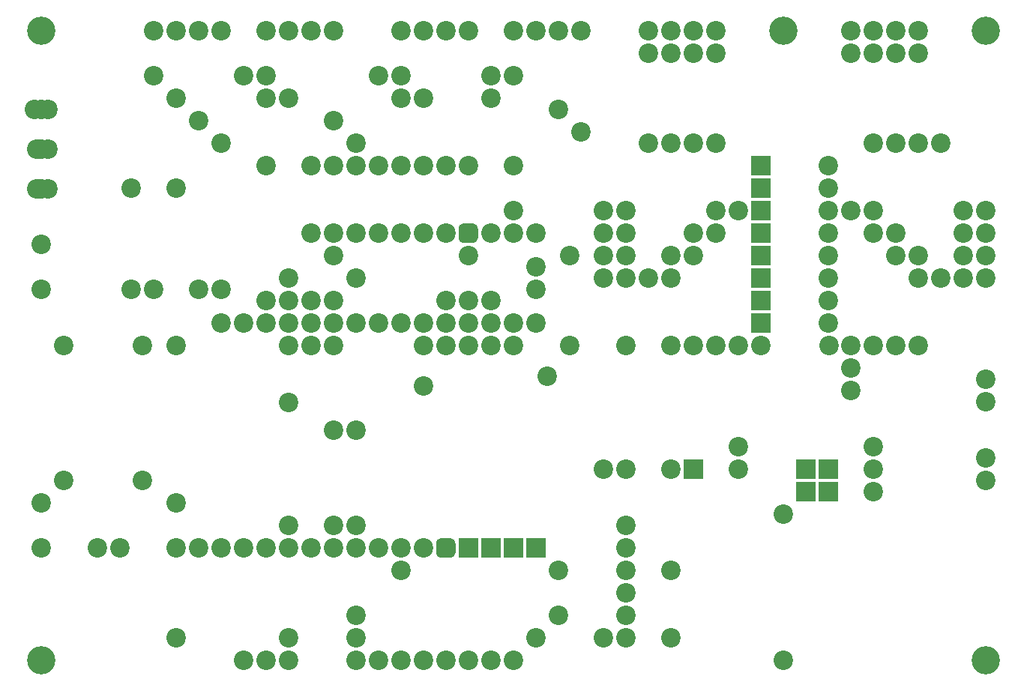
<source format=gbr>
%TF.GenerationSoftware,KiCad,Pcbnew,(5.1.6)-1*%
%TF.CreationDate,2022-03-25T10:42:17-05:00*%
%TF.ProjectId,controller,636f6e74-726f-46c6-9c65-722e6b696361,rev?*%
%TF.SameCoordinates,Original*%
%TF.FileFunction,Soldermask,Bot*%
%TF.FilePolarity,Negative*%
%FSLAX46Y46*%
G04 Gerber Fmt 4.6, Leading zero omitted, Abs format (unit mm)*
G04 Created by KiCad (PCBNEW (5.1.6)-1) date 2022-03-25 10:42:17*
%MOMM*%
%LPD*%
G01*
G04 APERTURE LIST*
%ADD10C,2.200000*%
%ADD11R,2.200000X2.200000*%
%ADD12C,3.200000*%
G04 APERTURE END LIST*
D10*
%TO.C,U4*%
X25400000Y43180000D03*
X27940000Y43180000D03*
X30480000Y43180000D03*
X33020000Y43180000D03*
X35560000Y43180000D03*
X38100000Y43180000D03*
X40640000Y43180000D03*
X43180000Y43180000D03*
X45720000Y43180000D03*
X48260000Y43180000D03*
X50800000Y43180000D03*
X53340000Y43180000D03*
X55880000Y43180000D03*
X58420000Y43180000D03*
X60960000Y43180000D03*
D11*
X60960000Y17780000D03*
X58420000Y17780000D03*
X55880000Y17780000D03*
X53340000Y17780000D03*
G36*
G01*
X49700000Y17230000D02*
X49700000Y18330000D01*
G75*
G02*
X50250000Y18880000I550000J0D01*
G01*
X51350000Y18880000D01*
G75*
G02*
X51900000Y18330000I0J-550000D01*
G01*
X51900000Y17230000D01*
G75*
G02*
X51350000Y16680000I-550000J0D01*
G01*
X50250000Y16680000D01*
G75*
G02*
X49700000Y17230000I0J550000D01*
G01*
G37*
D10*
X48260000Y17780000D03*
X45720000Y17780000D03*
X43180000Y17780000D03*
X40640000Y17780000D03*
X38100000Y17780000D03*
X35560000Y17780000D03*
X33020000Y17780000D03*
X30480000Y17780000D03*
X27940000Y17780000D03*
X25400000Y17780000D03*
%TD*%
%TO.C,C1*%
X68580000Y48260000D03*
X71120000Y48260000D03*
%TD*%
%TO.C,C2*%
X68580000Y50800000D03*
X71120000Y50800000D03*
%TD*%
%TO.C,C3*%
X71120000Y53340000D03*
X68580000Y53340000D03*
%TD*%
%TO.C,C4*%
X68580000Y55880000D03*
X71120000Y55880000D03*
%TD*%
%TO.C,C5*%
X109220000Y55880000D03*
X111760000Y55880000D03*
%TD*%
%TO.C,C6*%
X111760000Y53340000D03*
X109220000Y53340000D03*
%TD*%
%TO.C,C7*%
X109220000Y50800000D03*
X111760000Y50800000D03*
%TD*%
%TO.C,C8*%
X111760000Y48260000D03*
X109220000Y48260000D03*
%TD*%
%TO.C,C9*%
X58420000Y53340000D03*
X60960000Y53340000D03*
%TD*%
%TO.C,C10*%
X15240000Y58420000D03*
X20320000Y58420000D03*
%TD*%
%TO.C,C11*%
X96520000Y35560000D03*
X96520000Y38100000D03*
%TD*%
%TO.C,C12*%
X60960000Y49530000D03*
X60960000Y46990000D03*
%TD*%
%TO.C,C13*%
X83820000Y29210000D03*
X83820000Y26670000D03*
%TD*%
%TO.C,C14*%
X22860000Y17780000D03*
X20320000Y17780000D03*
%TD*%
%TO.C,J1*%
X5080000Y52070000D03*
X5080000Y46990000D03*
%TD*%
%TO.C,J2*%
X17780000Y76200000D03*
X20320000Y76200000D03*
X22860000Y76200000D03*
X25400000Y76200000D03*
%TD*%
%TO.C,J3*%
X38100000Y76200000D03*
X35560000Y76200000D03*
X33020000Y76200000D03*
X30480000Y76200000D03*
%TD*%
%TO.C,J4*%
X45720000Y76200000D03*
X48260000Y76200000D03*
X50800000Y76200000D03*
X53340000Y76200000D03*
%TD*%
%TO.C,J5*%
X66040000Y76200000D03*
X63500000Y76200000D03*
X60960000Y76200000D03*
X58420000Y76200000D03*
%TD*%
%TO.C,J6*%
X73660000Y73660000D03*
X73660000Y76200000D03*
%TD*%
%TO.C,J7*%
X76200000Y76200000D03*
X76200000Y73660000D03*
%TD*%
%TO.C,J8*%
X78740000Y73660000D03*
X78740000Y76200000D03*
%TD*%
%TO.C,J9*%
X81280000Y73660000D03*
X81280000Y76200000D03*
%TD*%
%TO.C,J10*%
X96520000Y73660000D03*
X96520000Y76200000D03*
%TD*%
%TO.C,J11*%
X99060000Y76200000D03*
X99060000Y73660000D03*
%TD*%
%TO.C,J12*%
X101600000Y76200000D03*
X101600000Y73660000D03*
%TD*%
%TO.C,J13*%
X104140000Y76200000D03*
X104140000Y73660000D03*
%TD*%
%TO.C,J14*%
X5080000Y17780000D03*
X5080000Y22860000D03*
%TD*%
%TO.C,J15*%
X13970000Y17780000D03*
X11430000Y17780000D03*
%TD*%
%TO.C,J16*%
X25400000Y46990000D03*
X22860000Y46990000D03*
%TD*%
D11*
%TO.C,J17*%
X78740000Y26670000D03*
D10*
X76200000Y26670000D03*
%TD*%
%TO.C,J18*%
X33020000Y5080000D03*
X30480000Y5080000D03*
X27940000Y5080000D03*
%TD*%
%TO.C,J19*%
X58420000Y5080000D03*
X55880000Y5080000D03*
X53340000Y5080000D03*
X50800000Y5080000D03*
X48260000Y5080000D03*
X45720000Y5080000D03*
X43180000Y5080000D03*
X40640000Y5080000D03*
%TD*%
%TO.C,J20*%
X111760000Y34290000D03*
X111760000Y36830000D03*
%TD*%
%TO.C,J22*%
X111760000Y27940000D03*
X111760000Y25400000D03*
%TD*%
%TO.C,M1*%
X16510000Y40640000D03*
X16510000Y25400000D03*
X7620000Y25400000D03*
X7620000Y40640000D03*
%TD*%
%TO.C,M2*%
X71120000Y20320000D03*
X71120000Y17780000D03*
X71120000Y15240000D03*
X71120000Y12700000D03*
X71120000Y10160000D03*
X71120000Y7620000D03*
%TD*%
%TO.C,R1*%
X76200000Y40640000D03*
X76200000Y48260000D03*
%TD*%
%TO.C,R2*%
X73660000Y48260000D03*
X73660000Y63500000D03*
%TD*%
%TO.C,R3*%
X78740000Y40640000D03*
X78740000Y50800000D03*
%TD*%
%TO.C,R4*%
X76200000Y63500000D03*
X76200000Y50800000D03*
%TD*%
%TO.C,R5*%
X81280000Y53340000D03*
X81280000Y40640000D03*
%TD*%
%TO.C,R6*%
X78740000Y63500000D03*
X78740000Y53340000D03*
%TD*%
%TO.C,R7*%
X83820000Y40640000D03*
X83820000Y55880000D03*
%TD*%
%TO.C,R8*%
X81280000Y55880000D03*
X81280000Y63500000D03*
%TD*%
%TO.C,R9*%
X96520000Y55880000D03*
X96520000Y40640000D03*
%TD*%
%TO.C,R10*%
X99060000Y63500000D03*
X99060000Y55880000D03*
%TD*%
%TO.C,R11*%
X99060000Y40640000D03*
X99060000Y53340000D03*
%TD*%
%TO.C,R12*%
X101600000Y53340000D03*
X101600000Y63500000D03*
%TD*%
%TO.C,R13*%
X101600000Y50800000D03*
X101600000Y40640000D03*
%TD*%
%TO.C,R14*%
X104140000Y50800000D03*
X104140000Y63500000D03*
%TD*%
%TO.C,R15*%
X104140000Y48260000D03*
X104140000Y40640000D03*
%TD*%
%TO.C,R16*%
X106680000Y63500000D03*
X106680000Y48260000D03*
%TD*%
%TO.C,R17*%
X33020000Y48260000D03*
X40640000Y48260000D03*
%TD*%
%TO.C,R18*%
X76200000Y7620000D03*
X76200000Y15240000D03*
%TD*%
%TO.C,SW1*%
X4572000Y58310000D03*
X5842000Y58310000D03*
X4572000Y62810000D03*
X5842000Y62810000D03*
X4318000Y67310000D03*
X5842000Y67310000D03*
X5080000Y67310000D03*
X5080000Y62810000D03*
X5080000Y58310000D03*
%TD*%
%TO.C,U1*%
X53340000Y60960000D03*
X35560000Y53340000D03*
X50800000Y60960000D03*
X38100000Y53340000D03*
X48260000Y60960000D03*
X40640000Y53340000D03*
X45720000Y60960000D03*
X43180000Y53340000D03*
X43180000Y60960000D03*
X45720000Y53340000D03*
X40640000Y60960000D03*
X48260000Y53340000D03*
X38100000Y60960000D03*
X50800000Y53340000D03*
X35560000Y60960000D03*
G36*
G01*
X52790000Y54440000D02*
X53890000Y54440000D01*
G75*
G02*
X54440000Y53890000I0J-550000D01*
G01*
X54440000Y52790000D01*
G75*
G02*
X53890000Y52240000I-550000J0D01*
G01*
X52790000Y52240000D01*
G75*
G02*
X52240000Y52790000I0J550000D01*
G01*
X52240000Y53890000D01*
G75*
G02*
X52790000Y54440000I550000J0D01*
G01*
G37*
%TD*%
%TO.C,U2*%
X93980000Y60960000D03*
D11*
X86360000Y43180000D03*
D10*
X93980000Y58420000D03*
D11*
X86360000Y45720000D03*
D10*
X93980000Y55880000D03*
D11*
X86360000Y48260000D03*
D10*
X93980000Y53340000D03*
D11*
X86360000Y50800000D03*
D10*
X93980000Y50800000D03*
D11*
X86360000Y53340000D03*
D10*
X93980000Y48260000D03*
D11*
X86360000Y55880000D03*
D10*
X93980000Y45720000D03*
D11*
X86360000Y58420000D03*
D10*
X93980000Y43180000D03*
D11*
X86360000Y60960000D03*
%TD*%
D10*
%TO.C,U3*%
X99060000Y24130000D03*
X99060000Y26670000D03*
X99060000Y29210000D03*
%TD*%
D11*
%TO.C,J21*%
X91440000Y24130000D03*
X93980000Y24130000D03*
%TD*%
%TO.C,J23*%
X91440000Y26670000D03*
X93980000Y26670000D03*
%TD*%
D10*
%TO.C,J24*%
X17780000Y46990000D03*
X15240000Y46990000D03*
%TD*%
D12*
X5080000Y5080000D03*
X5080000Y76200000D03*
X111760000Y76200000D03*
X111760000Y5080000D03*
X88900000Y76200000D03*
D10*
X86360000Y40640000D03*
X94119999Y40640000D03*
X68580000Y7620000D03*
X68580000Y26670000D03*
X71120000Y40640000D03*
X71120000Y26670000D03*
X64770000Y40640000D03*
X38100000Y50800000D03*
X53340000Y50800000D03*
X64770000Y50800000D03*
X55880000Y71120000D03*
X45720000Y71120000D03*
X27940000Y71120000D03*
X17780000Y71120000D03*
X58420000Y71120000D03*
X30480000Y71120000D03*
X43250711Y71120000D03*
X55880000Y53340000D03*
X20320000Y7620000D03*
X33020000Y7620000D03*
X33020000Y7620000D03*
X40640000Y7620000D03*
X20320000Y22860000D03*
X20320000Y40640000D03*
X88900000Y5080000D03*
X60960000Y7620000D03*
X88900000Y21590000D03*
X33089990Y34220010D03*
X33020000Y20320000D03*
X38100000Y31115000D03*
X38100000Y20320000D03*
X38100000Y66040000D03*
X22860000Y66040000D03*
X40640000Y63500000D03*
X25400000Y63500000D03*
X30480000Y45720000D03*
X55880000Y68580000D03*
X48260000Y68580000D03*
X33020000Y68580000D03*
X30480000Y68580000D03*
X20320000Y68580000D03*
X30480000Y60960000D03*
X45720000Y68580000D03*
X66040000Y64770000D03*
X58420000Y55880000D03*
X58420000Y60960000D03*
X63500000Y67310000D03*
X45720000Y15240000D03*
X63500000Y15240000D03*
X63500000Y10160000D03*
X40640000Y10160000D03*
X48260000Y40640000D03*
X48323500Y36068000D03*
X58420000Y40640000D03*
X62293500Y37211000D03*
X40640000Y31115000D03*
X40640000Y20320000D03*
X35560000Y40640000D03*
X35560000Y45720000D03*
X38100000Y40640000D03*
X38100000Y45720000D03*
X50800000Y40640000D03*
X50800000Y45720000D03*
X53340000Y40640000D03*
X53340000Y45720000D03*
X55880000Y40640000D03*
X55880000Y45720000D03*
X33020000Y40640000D03*
X33020000Y45720000D03*
M02*

</source>
